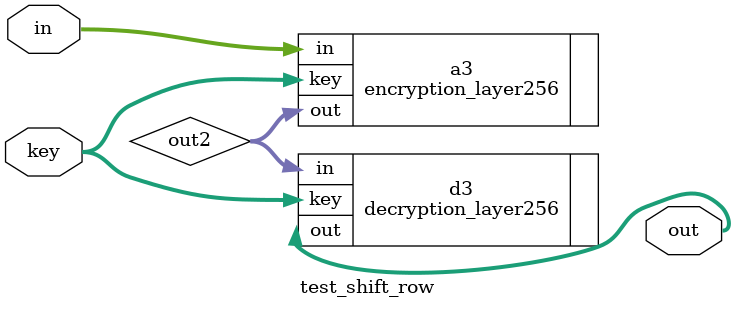
<source format=v>
module test_shift_row
(
input [127:0]in,
input [255:0] key,
output [127:0]out

);
wire [127:0] out2;
wire [127:0] out3;
wire [127:0] out4;


encryption_layer256 a3
(
.key(key[255:0]),
.in(in),
.out(out2)
);
decryption_layer256 d3
(
.in(out2),
.key(key[255:0]),
.out(out)
);








endmodule 
</source>
